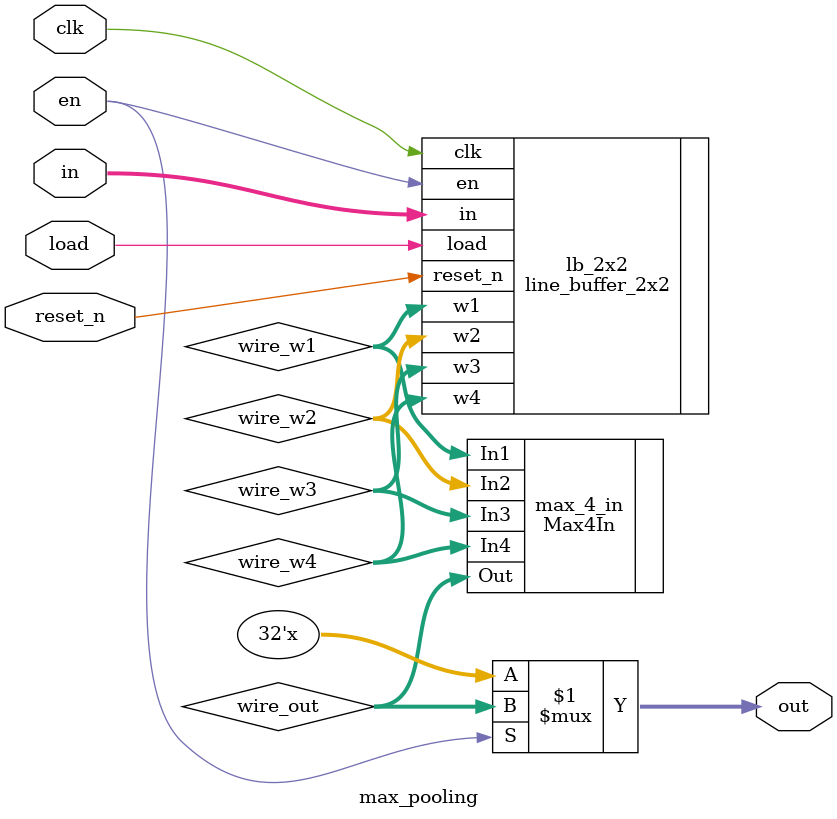
<source format=v>
`timescale 1ns / 1ps


module max_pooling
#(
    parameter SIZE = 32,
    parameter LENGTH = 32 ,
    parameter WEIGHT = 32 
)
(   
    input clk,
    input reset_n,
    input en,
    input load,
    input [SIZE-1:0] in,
    output[SIZE-1:0] out
    


);

    wire [SIZE-1:0] wire_w1;
    wire [SIZE-1:0] wire_w2;
    wire [SIZE-1:0] wire_w3;
    wire [SIZE-1:0] wire_w4;
    wire [SIZE-1:0] wire_out;

    line_buffer_2x2 #(.WEIGHT(WEIGHT)) lb_2x2
    (
        .clk(clk),
        .reset_n(reset_n),
        .en(en),
        .load(load),
        .in(in),
        .w1(wire_w1),
        .w2(wire_w2),
        .w3(wire_w3),
        .w4(wire_w4)
    );

    Max4In max_4_in
    (
        .In1(wire_w1),
        .In2(wire_w2),
        .In3(wire_w3),
        .In4(wire_w4),
        .Out(wire_out)
    );

    assign out = en ? wire_out : 32'bz;



endmodule

</source>
